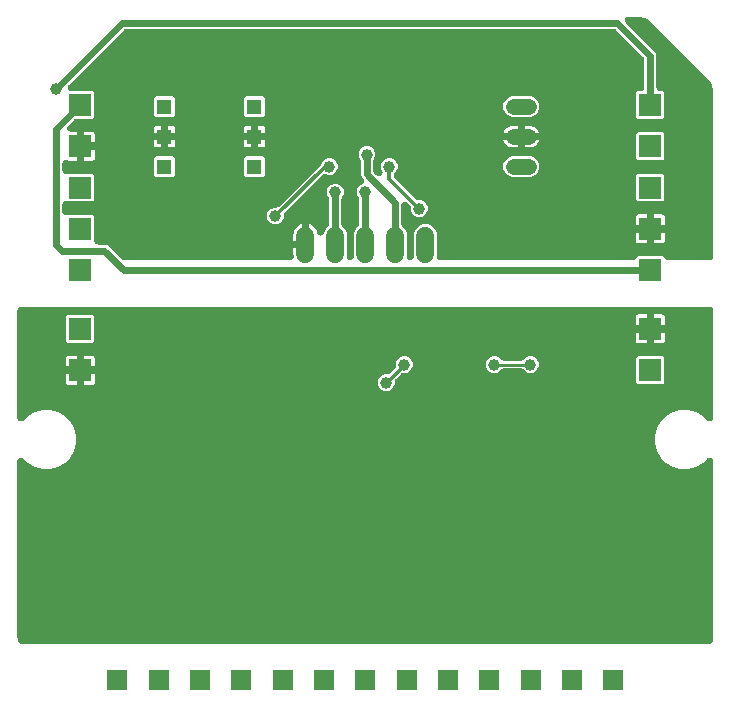
<source format=gbr>
G04 EAGLE Gerber RS-274X export*
G75*
%MOMM*%
%FSLAX34Y34*%
%LPD*%
%INBottom Copper*%
%IPPOS*%
%AMOC8*
5,1,8,0,0,1.08239X$1,22.5*%
G01*
%ADD10R,1.308000X1.308000*%
%ADD11C,1.524000*%
%ADD12R,1.800000X1.800000*%
%ADD13C,1.320800*%
%ADD14R,1.950000X1.950000*%
%ADD15C,0.609600*%
%ADD16C,1.006400*%
%ADD17C,0.304800*%
%ADD18C,0.254000*%

G36*
X596107Y68087D02*
X596107Y68087D01*
X596278Y68092D01*
X596353Y68107D01*
X596429Y68113D01*
X596594Y68154D01*
X596762Y68187D01*
X596834Y68213D01*
X596907Y68231D01*
X597064Y68299D01*
X597225Y68358D01*
X597291Y68396D01*
X597361Y68426D01*
X597505Y68518D01*
X597654Y68602D01*
X597713Y68650D01*
X597777Y68691D01*
X597904Y68805D01*
X598037Y68912D01*
X598088Y68969D01*
X598145Y69020D01*
X598252Y69153D01*
X598366Y69280D01*
X598407Y69344D01*
X598455Y69404D01*
X598539Y69552D01*
X598631Y69696D01*
X598653Y69752D01*
X598699Y69832D01*
X598870Y70295D01*
X598874Y70317D01*
X598880Y70331D01*
X599231Y71641D01*
X599320Y72126D01*
X599321Y72189D01*
X599328Y72230D01*
X599433Y73822D01*
X599431Y73946D01*
X599439Y74021D01*
X599439Y222998D01*
X599436Y223036D01*
X599438Y223074D01*
X599416Y223282D01*
X599399Y223490D01*
X599390Y223527D01*
X599386Y223565D01*
X599331Y223766D01*
X599281Y223968D01*
X599266Y224003D01*
X599255Y224040D01*
X599168Y224230D01*
X599086Y224422D01*
X599066Y224454D01*
X599050Y224489D01*
X598933Y224662D01*
X598821Y224838D01*
X598796Y224866D01*
X598774Y224898D01*
X598631Y225050D01*
X598492Y225206D01*
X598463Y225230D01*
X598437Y225258D01*
X598270Y225385D01*
X598108Y225516D01*
X598076Y225534D01*
X598045Y225558D01*
X597861Y225657D01*
X597680Y225760D01*
X597644Y225773D01*
X597610Y225791D01*
X597413Y225859D01*
X597217Y225931D01*
X597180Y225939D01*
X597144Y225951D01*
X596937Y225986D01*
X596733Y226026D01*
X596695Y226027D01*
X596657Y226034D01*
X596448Y226035D01*
X596240Y226041D01*
X596202Y226036D01*
X596164Y226037D01*
X595957Y226004D01*
X595751Y225977D01*
X595714Y225966D01*
X595677Y225960D01*
X595478Y225895D01*
X595279Y225834D01*
X595244Y225818D01*
X595208Y225806D01*
X595023Y225709D01*
X594835Y225618D01*
X594804Y225596D01*
X594770Y225578D01*
X594698Y225520D01*
X594433Y225332D01*
X594311Y225211D01*
X594237Y225153D01*
X590251Y221166D01*
X584514Y217854D01*
X578115Y216139D01*
X571489Y216139D01*
X565090Y217854D01*
X559353Y221166D01*
X554668Y225851D01*
X551356Y231588D01*
X549641Y237987D01*
X549641Y244613D01*
X551356Y251012D01*
X554668Y256749D01*
X559353Y261434D01*
X565090Y264746D01*
X571489Y266461D01*
X578115Y266461D01*
X584514Y264746D01*
X590251Y261434D01*
X594237Y257447D01*
X594266Y257423D01*
X594292Y257394D01*
X594454Y257263D01*
X594613Y257128D01*
X594646Y257108D01*
X594676Y257084D01*
X594857Y256981D01*
X595036Y256873D01*
X595071Y256859D01*
X595104Y256840D01*
X595300Y256768D01*
X595494Y256690D01*
X595531Y256682D01*
X595567Y256669D01*
X595772Y256629D01*
X595976Y256583D01*
X596014Y256581D01*
X596051Y256574D01*
X596259Y256568D01*
X596468Y256556D01*
X596506Y256560D01*
X596544Y256559D01*
X596751Y256586D01*
X596959Y256608D01*
X596995Y256618D01*
X597033Y256623D01*
X597233Y256683D01*
X597434Y256739D01*
X597469Y256755D01*
X597506Y256766D01*
X597693Y256857D01*
X597883Y256944D01*
X597914Y256966D01*
X597949Y256982D01*
X598119Y257103D01*
X598292Y257220D01*
X598320Y257246D01*
X598351Y257268D01*
X598499Y257414D01*
X598652Y257558D01*
X598675Y257588D01*
X598702Y257615D01*
X598825Y257783D01*
X598952Y257949D01*
X598970Y257983D01*
X598992Y258013D01*
X599086Y258199D01*
X599185Y258384D01*
X599198Y258420D01*
X599215Y258454D01*
X599277Y258653D01*
X599345Y258850D01*
X599351Y258888D01*
X599363Y258924D01*
X599373Y259017D01*
X599428Y259337D01*
X599429Y259509D01*
X599439Y259602D01*
X599439Y350520D01*
X599433Y350596D01*
X599435Y350672D01*
X599413Y350841D01*
X599399Y351012D01*
X599381Y351086D01*
X599371Y351161D01*
X599322Y351325D01*
X599281Y351491D01*
X599251Y351560D01*
X599229Y351634D01*
X599153Y351787D01*
X599086Y351944D01*
X599045Y352008D01*
X599012Y352077D01*
X598913Y352216D01*
X598821Y352360D01*
X598770Y352417D01*
X598726Y352479D01*
X598606Y352600D01*
X598492Y352728D01*
X598433Y352776D01*
X598379Y352830D01*
X598241Y352931D01*
X598108Y353038D01*
X598042Y353075D01*
X597981Y353120D01*
X597828Y353197D01*
X597680Y353282D01*
X597608Y353308D01*
X597540Y353343D01*
X597377Y353394D01*
X597217Y353453D01*
X597142Y353468D01*
X597070Y353491D01*
X596965Y353503D01*
X596733Y353548D01*
X596497Y353555D01*
X596392Y353567D01*
X13208Y353567D01*
X13132Y353561D01*
X13056Y353563D01*
X12887Y353541D01*
X12716Y353527D01*
X12642Y353509D01*
X12567Y353499D01*
X12403Y353450D01*
X12237Y353409D01*
X12168Y353379D01*
X12094Y353357D01*
X11941Y353281D01*
X11784Y353214D01*
X11720Y353173D01*
X11651Y353140D01*
X11512Y353041D01*
X11368Y352949D01*
X11311Y352898D01*
X11249Y352854D01*
X11128Y352734D01*
X11000Y352620D01*
X10952Y352561D01*
X10898Y352507D01*
X10797Y352369D01*
X10690Y352236D01*
X10653Y352170D01*
X10608Y352109D01*
X10531Y351956D01*
X10446Y351808D01*
X10420Y351736D01*
X10385Y351668D01*
X10334Y351505D01*
X10275Y351345D01*
X10260Y351270D01*
X10237Y351198D01*
X10225Y351093D01*
X10180Y350861D01*
X10173Y350625D01*
X10161Y350520D01*
X10161Y259602D01*
X10164Y259564D01*
X10162Y259526D01*
X10184Y259318D01*
X10201Y259110D01*
X10210Y259073D01*
X10214Y259035D01*
X10269Y258834D01*
X10319Y258632D01*
X10334Y258597D01*
X10345Y258560D01*
X10432Y258370D01*
X10514Y258178D01*
X10534Y258146D01*
X10550Y258111D01*
X10667Y257938D01*
X10779Y257762D01*
X10804Y257734D01*
X10826Y257702D01*
X10969Y257550D01*
X11108Y257394D01*
X11137Y257370D01*
X11163Y257342D01*
X11330Y257215D01*
X11492Y257084D01*
X11524Y257066D01*
X11555Y257042D01*
X11739Y256943D01*
X11920Y256840D01*
X11956Y256827D01*
X11990Y256809D01*
X12187Y256741D01*
X12383Y256669D01*
X12420Y256661D01*
X12456Y256649D01*
X12663Y256614D01*
X12867Y256574D01*
X12905Y256573D01*
X12943Y256566D01*
X13152Y256565D01*
X13360Y256559D01*
X13398Y256564D01*
X13436Y256563D01*
X13643Y256596D01*
X13849Y256623D01*
X13886Y256634D01*
X13923Y256640D01*
X14122Y256705D01*
X14321Y256766D01*
X14356Y256782D01*
X14392Y256794D01*
X14577Y256891D01*
X14765Y256982D01*
X14796Y257004D01*
X14830Y257022D01*
X14902Y257080D01*
X15167Y257268D01*
X15289Y257389D01*
X15363Y257447D01*
X19349Y261434D01*
X25086Y264746D01*
X31485Y266461D01*
X38111Y266461D01*
X44510Y264746D01*
X50247Y261434D01*
X54932Y256749D01*
X58244Y251012D01*
X59959Y244613D01*
X59959Y237987D01*
X58244Y231588D01*
X54932Y225851D01*
X50247Y221166D01*
X44510Y217854D01*
X38111Y216139D01*
X31485Y216139D01*
X25086Y217854D01*
X19349Y221166D01*
X15363Y225153D01*
X15334Y225177D01*
X15308Y225206D01*
X15146Y225337D01*
X14987Y225472D01*
X14954Y225492D01*
X14924Y225516D01*
X14743Y225619D01*
X14564Y225727D01*
X14529Y225741D01*
X14496Y225760D01*
X14300Y225832D01*
X14106Y225910D01*
X14069Y225918D01*
X14033Y225931D01*
X13828Y225971D01*
X13624Y226017D01*
X13586Y226019D01*
X13549Y226026D01*
X13341Y226032D01*
X13132Y226044D01*
X13094Y226040D01*
X13056Y226041D01*
X12849Y226014D01*
X12641Y225992D01*
X12605Y225982D01*
X12567Y225977D01*
X12367Y225917D01*
X12166Y225861D01*
X12131Y225845D01*
X12094Y225834D01*
X11907Y225743D01*
X11717Y225656D01*
X11686Y225634D01*
X11651Y225618D01*
X11481Y225497D01*
X11308Y225380D01*
X11280Y225354D01*
X11249Y225332D01*
X11101Y225186D01*
X10948Y225042D01*
X10925Y225012D01*
X10898Y224985D01*
X10775Y224817D01*
X10648Y224651D01*
X10630Y224617D01*
X10608Y224587D01*
X10514Y224401D01*
X10415Y224216D01*
X10402Y224180D01*
X10385Y224146D01*
X10323Y223947D01*
X10255Y223750D01*
X10249Y223712D01*
X10237Y223676D01*
X10227Y223583D01*
X10172Y223263D01*
X10171Y223091D01*
X10161Y222998D01*
X10161Y74021D01*
X10171Y73897D01*
X10167Y73822D01*
X10272Y72230D01*
X10344Y71742D01*
X10363Y71683D01*
X10369Y71641D01*
X10720Y70331D01*
X10777Y70170D01*
X10827Y70007D01*
X10860Y69938D01*
X10886Y69867D01*
X10968Y69717D01*
X11044Y69563D01*
X11087Y69501D01*
X11124Y69435D01*
X11230Y69301D01*
X11329Y69161D01*
X11382Y69107D01*
X11429Y69047D01*
X11555Y68932D01*
X11676Y68810D01*
X11737Y68765D01*
X11793Y68714D01*
X11936Y68620D01*
X12075Y68520D01*
X12142Y68485D01*
X12206Y68444D01*
X12362Y68374D01*
X12515Y68297D01*
X12587Y68275D01*
X12657Y68244D01*
X12822Y68201D01*
X12985Y68149D01*
X13045Y68142D01*
X13134Y68119D01*
X13625Y68073D01*
X13647Y68075D01*
X13663Y68073D01*
X595937Y68073D01*
X596107Y68087D01*
G37*
G36*
X241098Y393198D02*
X241098Y393198D01*
X241167Y393196D01*
X241344Y393218D01*
X241521Y393233D01*
X241588Y393249D01*
X241656Y393258D01*
X241827Y393308D01*
X242000Y393351D01*
X242063Y393379D01*
X242129Y393398D01*
X242290Y393476D01*
X242454Y393546D01*
X242511Y393583D01*
X242573Y393613D01*
X242719Y393715D01*
X242870Y393811D01*
X242921Y393857D01*
X242977Y393896D01*
X243105Y394021D01*
X243238Y394140D01*
X243281Y394193D01*
X243330Y394241D01*
X243436Y394385D01*
X243547Y394524D01*
X243581Y394583D01*
X243622Y394638D01*
X243703Y394797D01*
X243791Y394952D01*
X243815Y395017D01*
X243847Y395078D01*
X243901Y395248D01*
X243963Y395415D01*
X243976Y395482D01*
X243997Y395547D01*
X244024Y395724D01*
X244058Y395899D01*
X244060Y395967D01*
X244070Y396035D01*
X244065Y396141D01*
X244073Y396392D01*
X244044Y396613D01*
X244039Y396717D01*
X243839Y397980D01*
X243839Y403353D01*
X254000Y403353D01*
X254076Y403359D01*
X254152Y403356D01*
X254321Y403379D01*
X254491Y403393D01*
X254565Y403411D01*
X254641Y403421D01*
X254805Y403470D01*
X254970Y403511D01*
X255040Y403541D01*
X255113Y403563D01*
X255267Y403638D01*
X255424Y403706D01*
X255488Y403747D01*
X255556Y403780D01*
X255696Y403879D01*
X255840Y403971D01*
X255896Y404022D01*
X255959Y404066D01*
X256080Y404186D01*
X256208Y404300D01*
X256256Y404359D01*
X256310Y404412D01*
X256310Y404413D01*
X256411Y404551D01*
X256518Y404684D01*
X256556Y404750D01*
X256600Y404812D01*
X256677Y404964D01*
X256762Y405113D01*
X256788Y405184D01*
X256823Y405252D01*
X256874Y405415D01*
X256934Y405575D01*
X256948Y405650D01*
X256971Y405723D01*
X256983Y405827D01*
X257028Y406059D01*
X257036Y406295D01*
X257047Y406400D01*
X257047Y423713D01*
X257900Y423436D01*
X259325Y422710D01*
X260619Y421770D01*
X261750Y420639D01*
X262690Y419345D01*
X263416Y417920D01*
X263937Y416317D01*
X263949Y416252D01*
X263981Y416160D01*
X264004Y416066D01*
X264062Y415928D01*
X264112Y415786D01*
X264158Y415701D01*
X264196Y415612D01*
X264276Y415485D01*
X264348Y415353D01*
X264407Y415276D01*
X264459Y415195D01*
X264558Y415082D01*
X264651Y414963D01*
X264721Y414897D01*
X264786Y414825D01*
X264902Y414730D01*
X265012Y414628D01*
X265093Y414574D01*
X265168Y414513D01*
X265298Y414438D01*
X265423Y414355D01*
X265512Y414315D01*
X265595Y414267D01*
X265736Y414214D01*
X265873Y414152D01*
X265966Y414127D01*
X266057Y414093D01*
X266204Y414063D01*
X266350Y414024D01*
X266446Y414015D01*
X266541Y413996D01*
X266691Y413990D01*
X266840Y413975D01*
X266937Y413981D01*
X267034Y413978D01*
X267183Y413997D01*
X267333Y414006D01*
X267427Y414028D01*
X267523Y414040D01*
X267667Y414082D01*
X267814Y414116D01*
X267903Y414152D01*
X267996Y414180D01*
X268132Y414245D01*
X268271Y414302D01*
X268353Y414352D01*
X268440Y414394D01*
X268563Y414481D01*
X268692Y414559D01*
X268765Y414622D01*
X268844Y414678D01*
X268952Y414783D01*
X269065Y414881D01*
X269128Y414955D01*
X269197Y415023D01*
X269286Y415144D01*
X269383Y415259D01*
X269418Y415323D01*
X269489Y415420D01*
X269708Y415848D01*
X269712Y415856D01*
X271217Y419488D01*
X273427Y421698D01*
X273501Y421785D01*
X273582Y421865D01*
X273660Y421972D01*
X273746Y422074D01*
X273805Y422172D01*
X273872Y422264D01*
X273932Y422382D01*
X274001Y422496D01*
X274043Y422602D01*
X274095Y422704D01*
X274135Y422831D01*
X274184Y422954D01*
X274209Y423066D01*
X274243Y423175D01*
X274253Y423268D01*
X274291Y423436D01*
X274309Y423760D01*
X274319Y423852D01*
X274319Y444677D01*
X274310Y444791D01*
X274311Y444905D01*
X274290Y445037D01*
X274279Y445169D01*
X274252Y445280D01*
X274234Y445393D01*
X274193Y445519D01*
X274161Y445648D01*
X274116Y445753D01*
X274080Y445861D01*
X274018Y445979D01*
X273966Y446101D01*
X273905Y446198D01*
X273852Y446299D01*
X273793Y446373D01*
X273701Y446517D01*
X273485Y446760D01*
X273427Y446832D01*
X273411Y446848D01*
X272335Y449445D01*
X272335Y452255D01*
X273411Y454852D01*
X275398Y456839D01*
X277995Y457915D01*
X280805Y457915D01*
X283402Y456839D01*
X285389Y454852D01*
X286465Y452255D01*
X286465Y449445D01*
X285389Y446848D01*
X285373Y446832D01*
X285299Y446745D01*
X285218Y446665D01*
X285140Y446558D01*
X285054Y446456D01*
X284995Y446358D01*
X284928Y446266D01*
X284868Y446148D01*
X284799Y446034D01*
X284757Y445928D01*
X284705Y445826D01*
X284665Y445699D01*
X284616Y445576D01*
X284591Y445464D01*
X284557Y445355D01*
X284547Y445262D01*
X284509Y445094D01*
X284491Y444770D01*
X284481Y444677D01*
X284481Y423852D01*
X284490Y423739D01*
X284489Y423624D01*
X284510Y423493D01*
X284521Y423361D01*
X284548Y423250D01*
X284566Y423137D01*
X284607Y423011D01*
X284639Y422882D01*
X284684Y422777D01*
X284720Y422669D01*
X284782Y422551D01*
X284834Y422429D01*
X284895Y422332D01*
X284948Y422231D01*
X285007Y422157D01*
X285099Y422012D01*
X285315Y421771D01*
X285373Y421698D01*
X287583Y419488D01*
X289053Y415940D01*
X289053Y396254D01*
X289054Y396240D01*
X289053Y396227D01*
X289055Y396208D01*
X289051Y396088D01*
X289059Y396026D01*
X289060Y395963D01*
X289091Y395782D01*
X289093Y395762D01*
X289095Y395753D01*
X289097Y395736D01*
X289097Y395735D01*
X289115Y395599D01*
X289133Y395539D01*
X289144Y395477D01*
X289204Y395303D01*
X289258Y395127D01*
X289285Y395070D01*
X289306Y395011D01*
X289393Y394849D01*
X289475Y394683D01*
X289511Y394632D01*
X289541Y394577D01*
X289653Y394432D01*
X289760Y394281D01*
X289804Y394237D01*
X289842Y394187D01*
X289977Y394061D01*
X290107Y393930D01*
X290157Y393893D01*
X290203Y393851D01*
X290357Y393748D01*
X290506Y393640D01*
X290561Y393611D01*
X290614Y393577D01*
X290782Y393500D01*
X290946Y393417D01*
X291006Y393399D01*
X291063Y393373D01*
X291241Y393325D01*
X291416Y393269D01*
X291462Y393264D01*
X291491Y393255D01*
X291500Y393254D01*
X291539Y393244D01*
X291825Y393214D01*
X291981Y393195D01*
X292003Y393196D01*
X292030Y393193D01*
X292068Y393196D01*
X292094Y393193D01*
X292106Y393193D01*
X292290Y393208D01*
X292474Y393215D01*
X292508Y393222D01*
X292522Y393223D01*
X292547Y393229D01*
X292597Y393233D01*
X292776Y393277D01*
X292957Y393314D01*
X293002Y393331D01*
X293003Y393332D01*
X293011Y393335D01*
X293016Y393336D01*
X293076Y393351D01*
X293246Y393424D01*
X293418Y393490D01*
X293472Y393521D01*
X293530Y393546D01*
X293685Y393645D01*
X293845Y393738D01*
X293893Y393777D01*
X293946Y393811D01*
X294083Y393934D01*
X294226Y394051D01*
X294267Y394098D01*
X294314Y394140D01*
X294429Y394283D01*
X294551Y394422D01*
X294584Y394475D01*
X294624Y394524D01*
X294715Y394684D01*
X294812Y394840D01*
X294837Y394898D01*
X294868Y394952D01*
X294932Y395125D01*
X295003Y395295D01*
X295017Y395356D01*
X295039Y395415D01*
X295070Y395574D01*
X295071Y395576D01*
X295071Y395579D01*
X295075Y395596D01*
X295117Y395775D01*
X295122Y395838D01*
X295134Y395899D01*
X295138Y396026D01*
X295140Y396037D01*
X295139Y396070D01*
X295140Y396083D01*
X295153Y396267D01*
X295147Y396330D01*
X295149Y396392D01*
X295147Y396407D01*
X295147Y415940D01*
X296617Y419488D01*
X298827Y421698D01*
X298901Y421785D01*
X298982Y421865D01*
X299060Y421972D01*
X299146Y422074D01*
X299205Y422172D01*
X299272Y422264D01*
X299332Y422382D01*
X299401Y422496D01*
X299443Y422602D01*
X299495Y422704D01*
X299535Y422831D01*
X299584Y422954D01*
X299609Y423066D01*
X299643Y423175D01*
X299653Y423268D01*
X299691Y423436D01*
X299709Y423760D01*
X299719Y423852D01*
X299719Y444677D01*
X299710Y444791D01*
X299711Y444905D01*
X299690Y445037D01*
X299679Y445169D01*
X299652Y445280D01*
X299634Y445393D01*
X299593Y445519D01*
X299561Y445648D01*
X299516Y445753D01*
X299480Y445861D01*
X299418Y445979D01*
X299366Y446101D01*
X299305Y446198D01*
X299252Y446299D01*
X299193Y446373D01*
X299101Y446517D01*
X298885Y446760D01*
X298827Y446832D01*
X298811Y446848D01*
X297735Y449445D01*
X297735Y452255D01*
X298811Y454852D01*
X300798Y456839D01*
X301773Y457243D01*
X301934Y457325D01*
X302098Y457401D01*
X302153Y457438D01*
X302212Y457468D01*
X302357Y457575D01*
X302507Y457676D01*
X302556Y457722D01*
X302609Y457761D01*
X302735Y457890D01*
X302867Y458014D01*
X302907Y458067D01*
X302954Y458114D01*
X303057Y458262D01*
X303167Y458405D01*
X303198Y458464D01*
X303236Y458518D01*
X303315Y458681D01*
X303400Y458840D01*
X303422Y458903D01*
X303451Y458963D01*
X303502Y459136D01*
X303560Y459307D01*
X303571Y459372D01*
X303590Y459436D01*
X303612Y459615D01*
X303643Y459793D01*
X303643Y459860D01*
X303651Y459926D01*
X303645Y460105D01*
X303646Y460286D01*
X303635Y460352D01*
X303633Y460419D01*
X303597Y460595D01*
X303569Y460774D01*
X303548Y460837D01*
X303535Y460902D01*
X303471Y461071D01*
X303415Y461242D01*
X303384Y461301D01*
X303361Y461364D01*
X303270Y461520D01*
X303187Y461680D01*
X303154Y461721D01*
X303114Y461791D01*
X302801Y462173D01*
X302776Y462195D01*
X302762Y462213D01*
X301763Y463212D01*
X300989Y465079D01*
X300989Y476427D01*
X300980Y476541D01*
X300981Y476655D01*
X300960Y476787D01*
X300949Y476919D01*
X300922Y477030D01*
X300904Y477143D01*
X300863Y477269D01*
X300831Y477398D01*
X300786Y477503D01*
X300750Y477611D01*
X300688Y477729D01*
X300636Y477851D01*
X300575Y477948D01*
X300522Y478049D01*
X300463Y478123D01*
X300371Y478267D01*
X300155Y478510D01*
X300097Y478582D01*
X300081Y478598D01*
X299005Y481195D01*
X299005Y484005D01*
X300081Y486602D01*
X302068Y488589D01*
X304665Y489665D01*
X307475Y489665D01*
X310072Y488589D01*
X312059Y486602D01*
X313135Y484005D01*
X313135Y481195D01*
X312059Y478598D01*
X312043Y478582D01*
X311969Y478495D01*
X311888Y478415D01*
X311810Y478308D01*
X311724Y478206D01*
X311665Y478108D01*
X311598Y478016D01*
X311538Y477898D01*
X311469Y477784D01*
X311427Y477678D01*
X311375Y477576D01*
X311335Y477449D01*
X311286Y477326D01*
X311261Y477214D01*
X311227Y477105D01*
X311217Y477012D01*
X311179Y476844D01*
X311161Y476520D01*
X311151Y476427D01*
X311151Y469457D01*
X311160Y469343D01*
X311159Y469229D01*
X311180Y469097D01*
X311191Y468965D01*
X311218Y468854D01*
X311236Y468741D01*
X311277Y468615D01*
X311309Y468486D01*
X311354Y468381D01*
X311390Y468273D01*
X311451Y468155D01*
X311504Y468033D01*
X311565Y467936D01*
X311618Y467835D01*
X311677Y467762D01*
X311769Y467617D01*
X311936Y467429D01*
X311947Y467415D01*
X311974Y467387D01*
X311985Y467375D01*
X312043Y467302D01*
X314113Y465232D01*
X314222Y465140D01*
X314324Y465040D01*
X314410Y464980D01*
X314489Y464912D01*
X314611Y464839D01*
X314728Y464757D01*
X314822Y464712D01*
X314912Y464658D01*
X315044Y464605D01*
X315173Y464543D01*
X315273Y464514D01*
X315370Y464475D01*
X315509Y464444D01*
X315646Y464404D01*
X315749Y464391D01*
X315852Y464368D01*
X315994Y464360D01*
X316135Y464342D01*
X316239Y464346D01*
X316344Y464340D01*
X316486Y464355D01*
X316628Y464361D01*
X316731Y464381D01*
X316835Y464393D01*
X316972Y464430D01*
X317112Y464459D01*
X317210Y464496D01*
X317310Y464523D01*
X317440Y464583D01*
X317573Y464633D01*
X317664Y464685D01*
X317759Y464729D01*
X317877Y464808D01*
X318000Y464880D01*
X318081Y464946D01*
X318168Y465004D01*
X318272Y465102D01*
X318382Y465192D01*
X318451Y465271D01*
X318528Y465342D01*
X318614Y465455D01*
X318709Y465562D01*
X318764Y465651D01*
X318828Y465734D01*
X318895Y465859D01*
X318971Y465980D01*
X319012Y466076D01*
X319061Y466168D01*
X319107Y466303D01*
X319163Y466434D01*
X319187Y466536D01*
X319221Y466635D01*
X319245Y466775D01*
X319278Y466914D01*
X319286Y467018D01*
X319304Y467121D01*
X319305Y467264D01*
X319315Y467406D01*
X319306Y467510D01*
X319307Y467615D01*
X319285Y467756D01*
X319272Y467897D01*
X319250Y467973D01*
X319230Y468102D01*
X319094Y468514D01*
X319083Y468553D01*
X318055Y471035D01*
X318055Y473845D01*
X319131Y476442D01*
X321118Y478429D01*
X323715Y479505D01*
X326525Y479505D01*
X329122Y478429D01*
X331109Y476442D01*
X332185Y473845D01*
X332185Y471035D01*
X331109Y468438D01*
X329705Y467034D01*
X329656Y466976D01*
X329600Y466924D01*
X329496Y466788D01*
X329386Y466658D01*
X329346Y466593D01*
X329300Y466533D01*
X329220Y466382D01*
X329131Y466236D01*
X329103Y466165D01*
X329067Y466098D01*
X329011Y465936D01*
X328948Y465778D01*
X328932Y465703D01*
X328907Y465631D01*
X328878Y465462D01*
X328841Y465296D01*
X328837Y465220D01*
X328824Y465145D01*
X328823Y464974D01*
X328814Y464803D01*
X328822Y464728D01*
X328821Y464651D01*
X328848Y464482D01*
X328866Y464313D01*
X328886Y464239D01*
X328898Y464164D01*
X328951Y464002D01*
X328997Y463837D01*
X329028Y463768D01*
X329052Y463695D01*
X329131Y463544D01*
X329202Y463389D01*
X329245Y463325D01*
X329280Y463258D01*
X329346Y463176D01*
X329478Y462979D01*
X329640Y462807D01*
X329705Y462725D01*
X347593Y444837D01*
X347680Y444763D01*
X347760Y444682D01*
X347867Y444604D01*
X347969Y444518D01*
X348066Y444459D01*
X348159Y444392D01*
X348277Y444332D01*
X348391Y444263D01*
X348497Y444221D01*
X348599Y444169D01*
X348726Y444129D01*
X348849Y444080D01*
X348961Y444055D01*
X349070Y444021D01*
X349163Y444011D01*
X349331Y443973D01*
X349655Y443955D01*
X349747Y443945D01*
X351925Y443945D01*
X354522Y442869D01*
X356509Y440882D01*
X357585Y438285D01*
X357585Y435475D01*
X356509Y432878D01*
X354522Y430891D01*
X351925Y429815D01*
X349115Y429815D01*
X346518Y430891D01*
X344531Y432878D01*
X343455Y435475D01*
X343455Y437653D01*
X343446Y437766D01*
X343447Y437881D01*
X343426Y438012D01*
X343415Y438144D01*
X343388Y438255D01*
X343370Y438368D01*
X343329Y438494D01*
X343297Y438623D01*
X343252Y438728D01*
X343216Y438836D01*
X343155Y438954D01*
X343102Y439076D01*
X343041Y439173D01*
X342988Y439274D01*
X342929Y439348D01*
X342837Y439493D01*
X342621Y439735D01*
X342563Y439807D01*
X340483Y441887D01*
X340454Y441912D01*
X340428Y441940D01*
X340266Y442071D01*
X340107Y442207D01*
X340074Y442227D01*
X340044Y442250D01*
X339863Y442354D01*
X339684Y442461D01*
X339649Y442476D01*
X339616Y442494D01*
X339420Y442567D01*
X339226Y442644D01*
X339189Y442653D01*
X339153Y442666D01*
X338949Y442706D01*
X338745Y442751D01*
X338706Y442753D01*
X338669Y442761D01*
X338461Y442767D01*
X338252Y442779D01*
X338214Y442775D01*
X338176Y442776D01*
X337969Y442749D01*
X337761Y442727D01*
X337725Y442717D01*
X337687Y442712D01*
X337486Y442651D01*
X337286Y442596D01*
X337251Y442580D01*
X337214Y442569D01*
X337027Y442477D01*
X336837Y442390D01*
X336806Y442369D01*
X336771Y442352D01*
X336601Y442232D01*
X336428Y442115D01*
X336400Y442089D01*
X336369Y442067D01*
X336221Y441920D01*
X336068Y441777D01*
X336045Y441747D01*
X336018Y441720D01*
X335895Y441552D01*
X335768Y441386D01*
X335750Y441352D01*
X335728Y441321D01*
X335634Y441135D01*
X335535Y440951D01*
X335522Y440915D01*
X335505Y440881D01*
X335443Y440682D01*
X335375Y440484D01*
X335369Y440447D01*
X335357Y440410D01*
X335347Y440318D01*
X335292Y439998D01*
X335291Y439826D01*
X335281Y439733D01*
X335281Y423852D01*
X335290Y423739D01*
X335289Y423624D01*
X335310Y423493D01*
X335321Y423361D01*
X335348Y423250D01*
X335366Y423137D01*
X335407Y423011D01*
X335439Y422882D01*
X335484Y422777D01*
X335520Y422669D01*
X335582Y422551D01*
X335634Y422429D01*
X335695Y422332D01*
X335748Y422231D01*
X335807Y422157D01*
X335899Y422012D01*
X336115Y421771D01*
X336173Y421698D01*
X338383Y419488D01*
X339853Y415940D01*
X339853Y396254D01*
X339854Y396243D01*
X339853Y396233D01*
X339855Y396212D01*
X339851Y396088D01*
X339859Y396026D01*
X339860Y395963D01*
X339891Y395782D01*
X339893Y395762D01*
X339895Y395753D01*
X339896Y395747D01*
X339896Y395741D01*
X339897Y395739D01*
X339915Y395599D01*
X339933Y395539D01*
X339944Y395477D01*
X340004Y395303D01*
X340058Y395127D01*
X340085Y395070D01*
X340106Y395011D01*
X340193Y394849D01*
X340275Y394683D01*
X340311Y394632D01*
X340341Y394577D01*
X340453Y394432D01*
X340560Y394281D01*
X340604Y394237D01*
X340642Y394187D01*
X340777Y394061D01*
X340907Y393930D01*
X340957Y393893D01*
X341003Y393851D01*
X341157Y393748D01*
X341306Y393640D01*
X341361Y393611D01*
X341414Y393577D01*
X341582Y393500D01*
X341746Y393417D01*
X341806Y393399D01*
X341863Y393373D01*
X342041Y393325D01*
X342216Y393269D01*
X342259Y393264D01*
X342285Y393257D01*
X342297Y393255D01*
X342339Y393244D01*
X342616Y393215D01*
X342775Y393196D01*
X342800Y393197D01*
X342830Y393193D01*
X342868Y393196D01*
X342894Y393193D01*
X342906Y393193D01*
X343087Y393207D01*
X343268Y393214D01*
X343305Y393222D01*
X343322Y393223D01*
X343347Y393229D01*
X343397Y393233D01*
X343574Y393276D01*
X343751Y393312D01*
X343799Y393331D01*
X343803Y393332D01*
X343815Y393336D01*
X343876Y393351D01*
X344043Y393423D01*
X344213Y393487D01*
X344270Y393520D01*
X344330Y393546D01*
X344482Y393643D01*
X344640Y393734D01*
X344691Y393776D01*
X344746Y393811D01*
X344881Y393932D01*
X345021Y394047D01*
X345065Y394096D01*
X345114Y394140D01*
X345228Y394281D01*
X345348Y394417D01*
X345382Y394473D01*
X345424Y394524D01*
X345513Y394681D01*
X345610Y394835D01*
X345635Y394895D01*
X345668Y394952D01*
X345731Y395122D01*
X345801Y395290D01*
X345816Y395353D01*
X345839Y395415D01*
X345870Y395574D01*
X345871Y395576D01*
X345871Y395580D01*
X345874Y395593D01*
X345916Y395769D01*
X345921Y395835D01*
X345934Y395899D01*
X345938Y396026D01*
X345940Y396037D01*
X345939Y396071D01*
X345939Y396080D01*
X345953Y396261D01*
X345947Y396325D01*
X345947Y396331D01*
X345949Y396392D01*
X345947Y396407D01*
X345947Y415940D01*
X347417Y419488D01*
X350132Y422203D01*
X353680Y423673D01*
X357520Y423673D01*
X361068Y422203D01*
X363783Y419488D01*
X365253Y415940D01*
X365253Y396254D01*
X365255Y396225D01*
X365251Y396088D01*
X365259Y396023D01*
X365260Y395957D01*
X365291Y395781D01*
X365293Y395762D01*
X365295Y395753D01*
X365315Y395599D01*
X365334Y395536D01*
X365346Y395472D01*
X365405Y395300D01*
X365458Y395127D01*
X365487Y395068D01*
X365508Y395006D01*
X365595Y394847D01*
X365675Y394683D01*
X365713Y394630D01*
X365744Y394572D01*
X365855Y394429D01*
X365960Y394281D01*
X366006Y394234D01*
X366046Y394183D01*
X366179Y394059D01*
X366307Y393930D01*
X366360Y393892D01*
X366408Y393847D01*
X366559Y393746D01*
X366706Y393640D01*
X366764Y393610D01*
X366819Y393574D01*
X366984Y393499D01*
X367146Y393417D01*
X367209Y393398D01*
X367268Y393371D01*
X367443Y393324D01*
X367617Y393269D01*
X367668Y393263D01*
X367745Y393243D01*
X368236Y393193D01*
X368270Y393195D01*
X368294Y393193D01*
X531270Y393193D01*
X531346Y393199D01*
X531422Y393197D01*
X531591Y393219D01*
X531762Y393233D01*
X531836Y393251D01*
X531911Y393261D01*
X532075Y393310D01*
X532241Y393351D01*
X532310Y393381D01*
X532384Y393403D01*
X532537Y393479D01*
X532694Y393546D01*
X532758Y393587D01*
X532827Y393620D01*
X532966Y393719D01*
X533110Y393811D01*
X533167Y393862D01*
X533229Y393906D01*
X533350Y394026D01*
X533478Y394140D01*
X533526Y394199D01*
X533580Y394253D01*
X533681Y394391D01*
X533788Y394524D01*
X533825Y394590D01*
X533870Y394651D01*
X533947Y394804D01*
X534032Y394952D01*
X534040Y394975D01*
X535508Y396443D01*
X556692Y396443D01*
X558174Y394961D01*
X558236Y394816D01*
X558277Y394752D01*
X558310Y394683D01*
X558409Y394544D01*
X558501Y394400D01*
X558552Y394343D01*
X558596Y394281D01*
X558716Y394160D01*
X558830Y394032D01*
X558889Y393984D01*
X558943Y393930D01*
X559081Y393829D01*
X559214Y393722D01*
X559280Y393685D01*
X559341Y393640D01*
X559494Y393563D01*
X559642Y393478D01*
X559714Y393452D01*
X559782Y393417D01*
X559945Y393366D01*
X560105Y393307D01*
X560180Y393292D01*
X560252Y393269D01*
X560357Y393257D01*
X560589Y393212D01*
X560825Y393205D01*
X560930Y393193D01*
X596392Y393193D01*
X596468Y393199D01*
X596544Y393197D01*
X596713Y393219D01*
X596884Y393233D01*
X596958Y393251D01*
X597033Y393261D01*
X597197Y393310D01*
X597363Y393351D01*
X597432Y393381D01*
X597506Y393403D01*
X597659Y393479D01*
X597816Y393546D01*
X597880Y393587D01*
X597949Y393620D01*
X598088Y393719D01*
X598232Y393811D01*
X598289Y393862D01*
X598351Y393906D01*
X598472Y394026D01*
X598600Y394140D01*
X598648Y394199D01*
X598702Y394253D01*
X598803Y394391D01*
X598910Y394524D01*
X598947Y394590D01*
X598992Y394651D01*
X599069Y394804D01*
X599154Y394952D01*
X599180Y395024D01*
X599215Y395092D01*
X599266Y395255D01*
X599325Y395415D01*
X599340Y395490D01*
X599363Y395562D01*
X599375Y395667D01*
X599420Y395899D01*
X599427Y396135D01*
X599439Y396240D01*
X599439Y535579D01*
X599429Y535703D01*
X599433Y535778D01*
X599328Y537370D01*
X599256Y537858D01*
X599237Y537917D01*
X599231Y537959D01*
X598407Y541033D01*
X598388Y541087D01*
X598376Y541143D01*
X598334Y541238D01*
X598242Y541498D01*
X598144Y541675D01*
X598103Y541768D01*
X596512Y544524D01*
X596231Y544930D01*
X596188Y544975D01*
X596164Y545010D01*
X595113Y546209D01*
X595023Y546295D01*
X594976Y546354D01*
X546354Y594976D01*
X546260Y595057D01*
X546209Y595113D01*
X545010Y596164D01*
X544614Y596458D01*
X544558Y596487D01*
X544524Y596512D01*
X541768Y598103D01*
X541716Y598127D01*
X541668Y598158D01*
X541571Y598196D01*
X541322Y598314D01*
X541128Y598370D01*
X541033Y598407D01*
X537959Y599231D01*
X537474Y599320D01*
X537411Y599321D01*
X537370Y599328D01*
X535778Y599433D01*
X535654Y599431D01*
X535579Y599439D01*
X527623Y599439D01*
X527585Y599436D01*
X527547Y599438D01*
X527339Y599416D01*
X527131Y599399D01*
X527094Y599390D01*
X527056Y599386D01*
X526855Y599331D01*
X526652Y599281D01*
X526617Y599266D01*
X526580Y599255D01*
X526390Y599168D01*
X526199Y599086D01*
X526167Y599066D01*
X526132Y599050D01*
X525958Y598933D01*
X525783Y598821D01*
X525754Y598796D01*
X525723Y598774D01*
X525571Y598631D01*
X525415Y598492D01*
X525391Y598463D01*
X525363Y598437D01*
X525236Y598271D01*
X525105Y598108D01*
X525086Y598075D01*
X525063Y598045D01*
X524964Y597861D01*
X524861Y597680D01*
X524848Y597644D01*
X524830Y597610D01*
X524762Y597413D01*
X524689Y597217D01*
X524682Y597180D01*
X524670Y597144D01*
X524635Y596937D01*
X524595Y596733D01*
X524593Y596695D01*
X524587Y596657D01*
X524586Y596448D01*
X524579Y596240D01*
X524584Y596202D01*
X524584Y596164D01*
X524616Y595957D01*
X524644Y595751D01*
X524655Y595714D01*
X524661Y595677D01*
X524726Y595478D01*
X524786Y595279D01*
X524803Y595244D01*
X524815Y595208D01*
X524911Y595023D01*
X525003Y594835D01*
X525025Y594804D01*
X525043Y594770D01*
X525101Y594698D01*
X525289Y594433D01*
X525409Y594311D01*
X525468Y594237D01*
X548549Y571156D01*
X550407Y569298D01*
X551181Y567431D01*
X551181Y539490D01*
X551187Y539414D01*
X551185Y539338D01*
X551207Y539169D01*
X551221Y538998D01*
X551239Y538924D01*
X551249Y538849D01*
X551298Y538685D01*
X551339Y538519D01*
X551369Y538450D01*
X551391Y538376D01*
X551467Y538223D01*
X551534Y538066D01*
X551575Y538002D01*
X551608Y537933D01*
X551707Y537794D01*
X551799Y537650D01*
X551850Y537593D01*
X551894Y537531D01*
X552014Y537410D01*
X552128Y537282D01*
X552187Y537234D01*
X552241Y537180D01*
X552379Y537079D01*
X552512Y536972D01*
X552578Y536935D01*
X552639Y536890D01*
X552792Y536813D01*
X552940Y536728D01*
X553012Y536702D01*
X553080Y536667D01*
X553243Y536616D01*
X553403Y536557D01*
X553478Y536542D01*
X553550Y536519D01*
X553655Y536507D01*
X553887Y536462D01*
X554123Y536455D01*
X554228Y536443D01*
X556692Y536443D01*
X557883Y535252D01*
X557883Y514068D01*
X556692Y512877D01*
X535508Y512877D01*
X534317Y514068D01*
X534317Y535252D01*
X535508Y536443D01*
X537972Y536443D01*
X538048Y536449D01*
X538124Y536447D01*
X538293Y536469D01*
X538464Y536483D01*
X538538Y536501D01*
X538613Y536511D01*
X538777Y536560D01*
X538943Y536601D01*
X539012Y536631D01*
X539086Y536653D01*
X539239Y536729D01*
X539396Y536796D01*
X539460Y536837D01*
X539529Y536870D01*
X539668Y536969D01*
X539812Y537061D01*
X539869Y537112D01*
X539931Y537156D01*
X540052Y537276D01*
X540180Y537390D01*
X540228Y537449D01*
X540282Y537503D01*
X540383Y537641D01*
X540490Y537774D01*
X540527Y537840D01*
X540572Y537901D01*
X540649Y538054D01*
X540734Y538202D01*
X540760Y538274D01*
X540795Y538342D01*
X540846Y538505D01*
X540905Y538665D01*
X540920Y538740D01*
X540943Y538812D01*
X540955Y538917D01*
X541000Y539149D01*
X541007Y539385D01*
X541019Y539490D01*
X541019Y563053D01*
X541010Y563167D01*
X541011Y563281D01*
X540990Y563413D01*
X540979Y563545D01*
X540952Y563656D01*
X540934Y563769D01*
X540893Y563895D01*
X540861Y564024D01*
X540816Y564129D01*
X540780Y564237D01*
X540718Y564355D01*
X540666Y564477D01*
X540605Y564573D01*
X540552Y564675D01*
X540493Y564748D01*
X540401Y564893D01*
X540185Y565135D01*
X540127Y565208D01*
X516948Y588387D01*
X516861Y588461D01*
X516781Y588542D01*
X516673Y588620D01*
X516572Y588706D01*
X516474Y588765D01*
X516382Y588832D01*
X516264Y588892D01*
X516150Y588961D01*
X516043Y589003D01*
X515942Y589055D01*
X515815Y589095D01*
X515691Y589144D01*
X515580Y589169D01*
X515471Y589203D01*
X515378Y589213D01*
X515210Y589251D01*
X514886Y589269D01*
X514793Y589279D01*
X102427Y589279D01*
X102313Y589270D01*
X102199Y589271D01*
X102067Y589250D01*
X101935Y589239D01*
X101824Y589212D01*
X101711Y589194D01*
X101585Y589153D01*
X101456Y589121D01*
X101351Y589076D01*
X101243Y589040D01*
X101125Y588978D01*
X101003Y588926D01*
X100907Y588865D01*
X100805Y588812D01*
X100732Y588753D01*
X100587Y588661D01*
X100345Y588445D01*
X100272Y588387D01*
X53530Y541645D01*
X53505Y541616D01*
X53477Y541590D01*
X53346Y541428D01*
X53210Y541269D01*
X53191Y541236D01*
X53167Y541206D01*
X53064Y541026D01*
X52956Y540846D01*
X52942Y540811D01*
X52923Y540778D01*
X52850Y540582D01*
X52773Y540388D01*
X52765Y540351D01*
X52751Y540315D01*
X52711Y540110D01*
X52666Y539906D01*
X52664Y539868D01*
X52657Y539831D01*
X52650Y539623D01*
X52638Y539414D01*
X52642Y539376D01*
X52641Y539338D01*
X52668Y539131D01*
X52691Y538923D01*
X52701Y538887D01*
X52706Y538849D01*
X52766Y538649D01*
X52821Y538448D01*
X52837Y538413D01*
X52848Y538376D01*
X52940Y538189D01*
X53027Y537999D01*
X53048Y537967D01*
X53065Y537933D01*
X53186Y537763D01*
X53302Y537590D01*
X53328Y537562D01*
X53351Y537531D01*
X53497Y537382D01*
X53640Y537230D01*
X53670Y537207D01*
X53697Y537180D01*
X53866Y537057D01*
X54032Y536930D01*
X54065Y536912D01*
X54096Y536890D01*
X54282Y536796D01*
X54466Y536697D01*
X54502Y536685D01*
X54536Y536667D01*
X54735Y536605D01*
X54933Y536537D01*
X54971Y536531D01*
X55007Y536519D01*
X55099Y536509D01*
X55419Y536454D01*
X55591Y536453D01*
X55685Y536443D01*
X74092Y536443D01*
X75283Y535252D01*
X75283Y514068D01*
X74092Y512877D01*
X60165Y512877D01*
X60051Y512868D01*
X59937Y512869D01*
X59805Y512848D01*
X59673Y512837D01*
X59562Y512810D01*
X59449Y512792D01*
X59323Y512751D01*
X59194Y512719D01*
X59089Y512674D01*
X58981Y512638D01*
X58863Y512576D01*
X58741Y512524D01*
X58645Y512463D01*
X58543Y512410D01*
X58470Y512351D01*
X58325Y512259D01*
X58083Y512043D01*
X58010Y511985D01*
X53178Y507153D01*
X53153Y507124D01*
X53125Y507098D01*
X52994Y506936D01*
X52858Y506777D01*
X52839Y506744D01*
X52815Y506714D01*
X52712Y506533D01*
X52604Y506354D01*
X52590Y506319D01*
X52571Y506286D01*
X52498Y506090D01*
X52421Y505896D01*
X52413Y505859D01*
X52399Y505823D01*
X52359Y505618D01*
X52314Y505414D01*
X52312Y505376D01*
X52305Y505339D01*
X52298Y505131D01*
X52286Y504922D01*
X52290Y504884D01*
X52289Y504846D01*
X52316Y504639D01*
X52339Y504431D01*
X52349Y504395D01*
X52354Y504357D01*
X52414Y504157D01*
X52469Y503956D01*
X52485Y503921D01*
X52496Y503884D01*
X52588Y503697D01*
X52675Y503507D01*
X52696Y503475D01*
X52713Y503441D01*
X52833Y503272D01*
X52950Y503098D01*
X52977Y503070D01*
X52999Y503039D01*
X53145Y502891D01*
X53288Y502738D01*
X53318Y502715D01*
X53345Y502688D01*
X53514Y502565D01*
X53680Y502438D01*
X53713Y502420D01*
X53744Y502398D01*
X53930Y502304D01*
X54114Y502205D01*
X54151Y502192D01*
X54184Y502175D01*
X54383Y502113D01*
X54581Y502045D01*
X54619Y502039D01*
X54655Y502027D01*
X54747Y502017D01*
X55067Y501962D01*
X55239Y501961D01*
X55333Y501951D01*
X60251Y501951D01*
X60251Y489862D01*
X60257Y489786D01*
X60255Y489710D01*
X60265Y489633D01*
X60263Y489563D01*
X60251Y489458D01*
X60251Y477369D01*
X53415Y477369D01*
X52738Y477551D01*
X52711Y477563D01*
X52596Y477629D01*
X52489Y477669D01*
X52386Y477718D01*
X52258Y477755D01*
X52133Y477801D01*
X52021Y477823D01*
X51912Y477854D01*
X51780Y477870D01*
X51649Y477896D01*
X51535Y477899D01*
X51422Y477913D01*
X51289Y477907D01*
X51156Y477911D01*
X51043Y477896D01*
X50929Y477891D01*
X50799Y477864D01*
X50667Y477846D01*
X50558Y477814D01*
X50446Y477790D01*
X50322Y477742D01*
X50194Y477704D01*
X50092Y477654D01*
X49986Y477613D01*
X49871Y477546D01*
X49751Y477487D01*
X49658Y477421D01*
X49560Y477364D01*
X49458Y477279D01*
X49349Y477202D01*
X49268Y477122D01*
X49180Y477049D01*
X49093Y476948D01*
X48998Y476855D01*
X48931Y476763D01*
X48856Y476677D01*
X48786Y476564D01*
X48708Y476456D01*
X48656Y476354D01*
X48596Y476258D01*
X48545Y476134D01*
X48485Y476016D01*
X48451Y475907D01*
X48407Y475802D01*
X48377Y475672D01*
X48337Y475545D01*
X48328Y475462D01*
X48295Y475321D01*
X48268Y474933D01*
X48261Y474867D01*
X48261Y469152D01*
X48264Y469114D01*
X48262Y469076D01*
X48284Y468868D01*
X48301Y468660D01*
X48310Y468623D01*
X48314Y468585D01*
X48369Y468385D01*
X48419Y468182D01*
X48435Y468146D01*
X48445Y468110D01*
X48531Y467920D01*
X48614Y467728D01*
X48634Y467696D01*
X48650Y467661D01*
X48767Y467488D01*
X48879Y467312D01*
X48904Y467284D01*
X48926Y467252D01*
X49069Y467099D01*
X49208Y466944D01*
X49237Y466920D01*
X49264Y466892D01*
X49430Y466765D01*
X49592Y466634D01*
X49625Y466615D01*
X49655Y466592D01*
X49839Y466493D01*
X50020Y466390D01*
X50056Y466377D01*
X50090Y466359D01*
X50287Y466291D01*
X50483Y466219D01*
X50520Y466211D01*
X50556Y466199D01*
X50763Y466164D01*
X50967Y466124D01*
X51005Y466123D01*
X51043Y466116D01*
X51252Y466115D01*
X51460Y466109D01*
X51498Y466114D01*
X51536Y466113D01*
X51742Y466146D01*
X51949Y466173D01*
X51986Y466184D01*
X52023Y466190D01*
X52221Y466255D01*
X52421Y466316D01*
X52456Y466332D01*
X52492Y466344D01*
X52677Y466441D01*
X52681Y466443D01*
X74092Y466443D01*
X75283Y465252D01*
X75283Y444068D01*
X74092Y442877D01*
X52696Y442877D01*
X52664Y442897D01*
X52629Y442911D01*
X52596Y442930D01*
X52400Y443002D01*
X52206Y443080D01*
X52169Y443088D01*
X52133Y443101D01*
X51928Y443141D01*
X51725Y443186D01*
X51686Y443189D01*
X51649Y443196D01*
X51441Y443202D01*
X51232Y443214D01*
X51194Y443210D01*
X51156Y443211D01*
X50949Y443184D01*
X50741Y443162D01*
X50705Y443152D01*
X50667Y443147D01*
X50467Y443086D01*
X50266Y443031D01*
X50231Y443015D01*
X50194Y443004D01*
X50007Y442913D01*
X49817Y442826D01*
X49786Y442804D01*
X49751Y442788D01*
X49581Y442667D01*
X49408Y442550D01*
X49380Y442524D01*
X49349Y442502D01*
X49201Y442355D01*
X49048Y442212D01*
X49025Y442182D01*
X48998Y442155D01*
X48875Y441987D01*
X48748Y441821D01*
X48730Y441787D01*
X48708Y441757D01*
X48614Y441571D01*
X48515Y441386D01*
X48503Y441350D01*
X48485Y441316D01*
X48423Y441117D01*
X48355Y440920D01*
X48349Y440882D01*
X48337Y440846D01*
X48327Y440753D01*
X48272Y440433D01*
X48271Y440261D01*
X48261Y440168D01*
X48261Y434152D01*
X48264Y434114D01*
X48262Y434076D01*
X48284Y433868D01*
X48301Y433660D01*
X48310Y433623D01*
X48314Y433585D01*
X48369Y433385D01*
X48419Y433182D01*
X48435Y433146D01*
X48445Y433110D01*
X48531Y432920D01*
X48614Y432728D01*
X48634Y432696D01*
X48650Y432661D01*
X48767Y432488D01*
X48879Y432312D01*
X48904Y432284D01*
X48926Y432252D01*
X49069Y432099D01*
X49208Y431944D01*
X49237Y431920D01*
X49264Y431892D01*
X49430Y431765D01*
X49592Y431634D01*
X49625Y431615D01*
X49655Y431592D01*
X49839Y431493D01*
X50020Y431390D01*
X50056Y431377D01*
X50090Y431359D01*
X50287Y431291D01*
X50483Y431219D01*
X50520Y431211D01*
X50556Y431199D01*
X50763Y431164D01*
X50967Y431124D01*
X51005Y431123D01*
X51043Y431116D01*
X51252Y431115D01*
X51460Y431109D01*
X51498Y431114D01*
X51536Y431113D01*
X51742Y431146D01*
X51949Y431173D01*
X51986Y431184D01*
X52023Y431190D01*
X52221Y431255D01*
X52421Y431316D01*
X52456Y431332D01*
X52492Y431344D01*
X52677Y431441D01*
X52681Y431443D01*
X74092Y431443D01*
X75283Y430252D01*
X75283Y409448D01*
X75289Y409372D01*
X75287Y409296D01*
X75309Y409127D01*
X75323Y408956D01*
X75341Y408882D01*
X75351Y408807D01*
X75400Y408643D01*
X75441Y408477D01*
X75471Y408408D01*
X75493Y408334D01*
X75569Y408181D01*
X75636Y408024D01*
X75677Y407960D01*
X75710Y407891D01*
X75809Y407752D01*
X75901Y407608D01*
X75952Y407551D01*
X75996Y407489D01*
X76116Y407368D01*
X76230Y407240D01*
X76289Y407192D01*
X76343Y407138D01*
X76481Y407037D01*
X76614Y406930D01*
X76680Y406893D01*
X76741Y406848D01*
X76894Y406771D01*
X77042Y406686D01*
X77114Y406660D01*
X77182Y406625D01*
X77345Y406574D01*
X77505Y406515D01*
X77580Y406500D01*
X77652Y406477D01*
X77757Y406465D01*
X77989Y406420D01*
X78225Y406413D01*
X78330Y406401D01*
X84831Y406401D01*
X86698Y405627D01*
X98240Y394085D01*
X98327Y394011D01*
X98407Y393930D01*
X98515Y393852D01*
X98616Y393766D01*
X98714Y393707D01*
X98806Y393640D01*
X98924Y393580D01*
X99038Y393511D01*
X99145Y393469D01*
X99246Y393417D01*
X99373Y393377D01*
X99497Y393328D01*
X99608Y393303D01*
X99717Y393269D01*
X99810Y393259D01*
X99978Y393221D01*
X100302Y393203D01*
X100395Y393193D01*
X241030Y393193D01*
X241098Y393198D01*
G37*
%LPC*%
G36*
X227195Y423465D02*
X227195Y423465D01*
X224598Y424541D01*
X222611Y426528D01*
X221535Y429125D01*
X221535Y431935D01*
X222611Y434532D01*
X224598Y436519D01*
X227195Y437595D01*
X229373Y437595D01*
X229486Y437604D01*
X229601Y437603D01*
X229732Y437624D01*
X229864Y437635D01*
X229975Y437662D01*
X230088Y437680D01*
X230214Y437721D01*
X230343Y437753D01*
X230448Y437798D01*
X230557Y437834D01*
X230674Y437896D01*
X230796Y437948D01*
X230893Y438009D01*
X230994Y438062D01*
X231068Y438121D01*
X231213Y438213D01*
X231455Y438429D01*
X231527Y438487D01*
X267088Y474048D01*
X267094Y474056D01*
X267102Y474062D01*
X267253Y474243D01*
X267408Y474424D01*
X267413Y474432D01*
X267419Y474440D01*
X267438Y474475D01*
X267662Y474847D01*
X267711Y474968D01*
X267749Y475037D01*
X268331Y476442D01*
X270318Y478429D01*
X272915Y479505D01*
X275725Y479505D01*
X278322Y478429D01*
X280309Y476442D01*
X281385Y473845D01*
X281385Y471035D01*
X280309Y468438D01*
X278322Y466451D01*
X275725Y465375D01*
X272915Y465375D01*
X271657Y465896D01*
X271449Y465963D01*
X271242Y466034D01*
X271214Y466039D01*
X271187Y466048D01*
X270972Y466080D01*
X270756Y466117D01*
X270727Y466117D01*
X270699Y466121D01*
X270481Y466118D01*
X270263Y466120D01*
X270234Y466115D01*
X270206Y466115D01*
X269991Y466077D01*
X269775Y466043D01*
X269748Y466034D01*
X269720Y466029D01*
X269514Y465957D01*
X269307Y465889D01*
X269281Y465876D01*
X269255Y465866D01*
X269063Y465762D01*
X268869Y465661D01*
X268851Y465646D01*
X268821Y465630D01*
X268432Y465328D01*
X268377Y465269D01*
X268336Y465236D01*
X236557Y433457D01*
X236483Y433370D01*
X236402Y433290D01*
X236324Y433183D01*
X236238Y433081D01*
X236179Y432983D01*
X236112Y432891D01*
X236052Y432773D01*
X235983Y432659D01*
X235941Y432553D01*
X235889Y432451D01*
X235849Y432324D01*
X235800Y432201D01*
X235775Y432089D01*
X235741Y431980D01*
X235731Y431887D01*
X235693Y431719D01*
X235675Y431395D01*
X235665Y431303D01*
X235665Y429125D01*
X234589Y426528D01*
X232602Y424541D01*
X230005Y423465D01*
X227195Y423465D01*
G37*
%LPD*%
%LPC*%
G36*
X52908Y323217D02*
X52908Y323217D01*
X51717Y324408D01*
X51717Y345592D01*
X52908Y346783D01*
X74092Y346783D01*
X75283Y345592D01*
X75283Y324408D01*
X74092Y323217D01*
X52908Y323217D01*
G37*
%LPD*%
%LPC*%
G36*
X535508Y442877D02*
X535508Y442877D01*
X534317Y444068D01*
X534317Y465252D01*
X535508Y466443D01*
X556692Y466443D01*
X557883Y465252D01*
X557883Y444068D01*
X556692Y442877D01*
X535508Y442877D01*
G37*
%LPD*%
%LPC*%
G36*
X535508Y477877D02*
X535508Y477877D01*
X534317Y479068D01*
X534317Y500252D01*
X535508Y501443D01*
X556692Y501443D01*
X557883Y500252D01*
X557883Y479068D01*
X556692Y477877D01*
X535508Y477877D01*
G37*
%LPD*%
%LPC*%
G36*
X535508Y288217D02*
X535508Y288217D01*
X534317Y289408D01*
X534317Y310592D01*
X535508Y311783D01*
X556692Y311783D01*
X557883Y310592D01*
X557883Y289408D01*
X556692Y288217D01*
X535508Y288217D01*
G37*
%LPD*%
%LPC*%
G36*
X428558Y514603D02*
X428558Y514603D01*
X425384Y515918D01*
X422954Y518348D01*
X421639Y521522D01*
X421639Y524958D01*
X422954Y528132D01*
X425384Y530562D01*
X428558Y531877D01*
X445202Y531877D01*
X448376Y530562D01*
X450806Y528132D01*
X452121Y524958D01*
X452121Y521522D01*
X450806Y518348D01*
X448376Y515918D01*
X445202Y514603D01*
X428558Y514603D01*
G37*
%LPD*%
%LPC*%
G36*
X428558Y463803D02*
X428558Y463803D01*
X425384Y465118D01*
X422954Y467548D01*
X421639Y470722D01*
X421639Y474158D01*
X422954Y477332D01*
X425384Y479762D01*
X428558Y481077D01*
X445202Y481077D01*
X448376Y479762D01*
X450806Y477332D01*
X452121Y474158D01*
X452121Y470722D01*
X450806Y467548D01*
X448376Y465118D01*
X445202Y463803D01*
X428558Y463803D01*
G37*
%LPD*%
%LPC*%
G36*
X412615Y297735D02*
X412615Y297735D01*
X410018Y298811D01*
X408031Y300798D01*
X406955Y303395D01*
X406955Y306205D01*
X408031Y308802D01*
X410018Y310789D01*
X412615Y311865D01*
X415425Y311865D01*
X418022Y310789D01*
X419816Y308995D01*
X419903Y308921D01*
X419983Y308840D01*
X420090Y308762D01*
X420192Y308676D01*
X420290Y308617D01*
X420382Y308550D01*
X420500Y308490D01*
X420614Y308421D01*
X420720Y308379D01*
X420822Y308327D01*
X420949Y308287D01*
X421072Y308238D01*
X421184Y308213D01*
X421293Y308179D01*
X421386Y308169D01*
X421554Y308131D01*
X421878Y308113D01*
X421971Y308103D01*
X436549Y308103D01*
X436663Y308112D01*
X436777Y308111D01*
X436909Y308132D01*
X437041Y308143D01*
X437152Y308170D01*
X437265Y308188D01*
X437391Y308229D01*
X437520Y308261D01*
X437625Y308306D01*
X437733Y308342D01*
X437851Y308404D01*
X437973Y308456D01*
X438070Y308517D01*
X438171Y308570D01*
X438245Y308629D01*
X438389Y308721D01*
X438632Y308937D01*
X438704Y308995D01*
X440498Y310789D01*
X443095Y311865D01*
X445905Y311865D01*
X448502Y310789D01*
X450489Y308802D01*
X451565Y306205D01*
X451565Y303395D01*
X450489Y300798D01*
X448502Y298811D01*
X445905Y297735D01*
X443095Y297735D01*
X440498Y298811D01*
X438704Y300605D01*
X438617Y300679D01*
X438537Y300760D01*
X438430Y300838D01*
X438328Y300924D01*
X438230Y300983D01*
X438138Y301050D01*
X438020Y301110D01*
X437906Y301179D01*
X437800Y301221D01*
X437698Y301273D01*
X437571Y301313D01*
X437448Y301362D01*
X437336Y301387D01*
X437227Y301421D01*
X437134Y301431D01*
X436966Y301469D01*
X436642Y301487D01*
X436549Y301497D01*
X421971Y301497D01*
X421857Y301488D01*
X421743Y301489D01*
X421611Y301468D01*
X421479Y301457D01*
X421368Y301430D01*
X421255Y301412D01*
X421129Y301371D01*
X421000Y301339D01*
X420895Y301294D01*
X420787Y301258D01*
X420669Y301196D01*
X420547Y301144D01*
X420450Y301083D01*
X420349Y301030D01*
X420275Y300971D01*
X420131Y300879D01*
X419888Y300663D01*
X419816Y300605D01*
X418022Y298811D01*
X415425Y297735D01*
X412615Y297735D01*
G37*
%LPD*%
%LPC*%
G36*
X321175Y282495D02*
X321175Y282495D01*
X318578Y283571D01*
X316591Y285558D01*
X315515Y288155D01*
X315515Y290965D01*
X316591Y293562D01*
X318578Y295549D01*
X321175Y296625D01*
X323712Y296625D01*
X323825Y296634D01*
X323940Y296633D01*
X324071Y296654D01*
X324203Y296665D01*
X324314Y296692D01*
X324427Y296710D01*
X324553Y296751D01*
X324682Y296783D01*
X324787Y296828D01*
X324896Y296864D01*
X325014Y296926D01*
X325136Y296978D01*
X325232Y297039D01*
X325333Y297092D01*
X325407Y297151D01*
X325552Y297243D01*
X325794Y297459D01*
X325866Y297517D01*
X329863Y301514D01*
X329937Y301600D01*
X330018Y301681D01*
X330096Y301788D01*
X330182Y301889D01*
X330241Y301987D01*
X330308Y302080D01*
X330368Y302198D01*
X330437Y302312D01*
X330479Y302418D01*
X330531Y302520D01*
X330571Y302647D01*
X330620Y302770D01*
X330645Y302881D01*
X330679Y302991D01*
X330689Y303084D01*
X330727Y303252D01*
X330745Y303576D01*
X330755Y303668D01*
X330755Y306205D01*
X331831Y308802D01*
X333818Y310789D01*
X336415Y311865D01*
X339225Y311865D01*
X341822Y310789D01*
X343809Y308802D01*
X344885Y306205D01*
X344885Y303395D01*
X343809Y300798D01*
X341822Y298811D01*
X339225Y297735D01*
X336688Y297735D01*
X336575Y297726D01*
X336460Y297727D01*
X336329Y297706D01*
X336197Y297695D01*
X336086Y297668D01*
X335973Y297650D01*
X335847Y297609D01*
X335718Y297577D01*
X335613Y297532D01*
X335504Y297496D01*
X335386Y297434D01*
X335264Y297382D01*
X335168Y297321D01*
X335067Y297268D01*
X334993Y297209D01*
X334848Y297117D01*
X334606Y296901D01*
X334534Y296843D01*
X330537Y292846D01*
X330463Y292760D01*
X330382Y292679D01*
X330304Y292572D01*
X330218Y292471D01*
X330159Y292373D01*
X330092Y292280D01*
X330032Y292162D01*
X329963Y292048D01*
X329921Y291942D01*
X329869Y291840D01*
X329829Y291713D01*
X329780Y291590D01*
X329755Y291479D01*
X329721Y291369D01*
X329711Y291276D01*
X329673Y291108D01*
X329655Y290784D01*
X329645Y290692D01*
X329645Y288155D01*
X328569Y285558D01*
X326582Y283571D01*
X323985Y282495D01*
X321175Y282495D01*
G37*
%LPD*%
%LPC*%
G36*
X127238Y463867D02*
X127238Y463867D01*
X126047Y465058D01*
X126047Y479822D01*
X127238Y481013D01*
X142002Y481013D01*
X143193Y479822D01*
X143193Y465058D01*
X142002Y463867D01*
X127238Y463867D01*
G37*
%LPD*%
%LPC*%
G36*
X203438Y463867D02*
X203438Y463867D01*
X202247Y465058D01*
X202247Y479822D01*
X203438Y481013D01*
X218202Y481013D01*
X219393Y479822D01*
X219393Y465058D01*
X218202Y463867D01*
X203438Y463867D01*
G37*
%LPD*%
%LPC*%
G36*
X127238Y514667D02*
X127238Y514667D01*
X126047Y515858D01*
X126047Y530622D01*
X127238Y531813D01*
X142002Y531813D01*
X143193Y530622D01*
X143193Y515858D01*
X142002Y514667D01*
X127238Y514667D01*
G37*
%LPD*%
%LPC*%
G36*
X203438Y514667D02*
X203438Y514667D01*
X202247Y515858D01*
X202247Y530622D01*
X203438Y531813D01*
X218202Y531813D01*
X219393Y530622D01*
X219393Y515858D01*
X218202Y514667D01*
X203438Y514667D01*
G37*
%LPD*%
%LPC*%
G36*
X243839Y409447D02*
X243839Y409447D01*
X243839Y414820D01*
X244089Y416399D01*
X244584Y417920D01*
X245310Y419345D01*
X246250Y420639D01*
X247381Y421770D01*
X248675Y422710D01*
X250100Y423436D01*
X250953Y423713D01*
X250953Y409447D01*
X243839Y409447D01*
G37*
%LPD*%
%LPC*%
G36*
X66749Y492909D02*
X66749Y492909D01*
X66749Y501951D01*
X73585Y501951D01*
X74231Y501778D01*
X74810Y501443D01*
X75283Y500970D01*
X75618Y500391D01*
X75791Y499745D01*
X75791Y492909D01*
X66749Y492909D01*
G37*
%LPD*%
%LPC*%
G36*
X549349Y422909D02*
X549349Y422909D01*
X549349Y431951D01*
X556185Y431951D01*
X556831Y431778D01*
X557410Y431443D01*
X557883Y430970D01*
X558218Y430391D01*
X558391Y429745D01*
X558391Y422909D01*
X549349Y422909D01*
G37*
%LPD*%
%LPC*%
G36*
X549349Y338249D02*
X549349Y338249D01*
X549349Y347291D01*
X556185Y347291D01*
X556831Y347118D01*
X557410Y346783D01*
X557883Y346310D01*
X558218Y345731D01*
X558391Y345085D01*
X558391Y338249D01*
X549349Y338249D01*
G37*
%LPD*%
%LPC*%
G36*
X66749Y303249D02*
X66749Y303249D01*
X66749Y312291D01*
X73585Y312291D01*
X74231Y312118D01*
X74810Y311783D01*
X75283Y311310D01*
X75618Y310731D01*
X75791Y310085D01*
X75791Y303249D01*
X66749Y303249D01*
G37*
%LPD*%
%LPC*%
G36*
X549349Y416411D02*
X549349Y416411D01*
X558391Y416411D01*
X558391Y409575D01*
X558218Y408929D01*
X557883Y408350D01*
X557410Y407877D01*
X556831Y407542D01*
X556185Y407369D01*
X549349Y407369D01*
X549349Y416411D01*
G37*
%LPD*%
%LPC*%
G36*
X66749Y296751D02*
X66749Y296751D01*
X75791Y296751D01*
X75791Y289915D01*
X75618Y289269D01*
X75283Y288690D01*
X74810Y288217D01*
X74231Y287882D01*
X73585Y287709D01*
X66749Y287709D01*
X66749Y296751D01*
G37*
%LPD*%
%LPC*%
G36*
X549349Y331751D02*
X549349Y331751D01*
X558391Y331751D01*
X558391Y324915D01*
X558218Y324269D01*
X557883Y323690D01*
X557410Y323217D01*
X556831Y322882D01*
X556185Y322709D01*
X549349Y322709D01*
X549349Y331751D01*
G37*
%LPD*%
%LPC*%
G36*
X66749Y477369D02*
X66749Y477369D01*
X66749Y486411D01*
X75791Y486411D01*
X75791Y479575D01*
X75618Y478929D01*
X75283Y478350D01*
X74810Y477877D01*
X74231Y477542D01*
X73585Y477369D01*
X66749Y477369D01*
G37*
%LPD*%
%LPC*%
G36*
X533809Y338249D02*
X533809Y338249D01*
X533809Y345085D01*
X533982Y345731D01*
X534317Y346310D01*
X534790Y346783D01*
X535369Y347118D01*
X536015Y347291D01*
X542851Y347291D01*
X542851Y338249D01*
X533809Y338249D01*
G37*
%LPD*%
%LPC*%
G36*
X51209Y303249D02*
X51209Y303249D01*
X51209Y310085D01*
X51382Y310731D01*
X51717Y311310D01*
X52190Y311783D01*
X52769Y312118D01*
X53415Y312291D01*
X60251Y312291D01*
X60251Y303249D01*
X51209Y303249D01*
G37*
%LPD*%
%LPC*%
G36*
X533809Y422909D02*
X533809Y422909D01*
X533809Y429745D01*
X533982Y430391D01*
X534317Y430970D01*
X534790Y431443D01*
X535369Y431778D01*
X536015Y431951D01*
X542851Y431951D01*
X542851Y422909D01*
X533809Y422909D01*
G37*
%LPD*%
%LPC*%
G36*
X53415Y287709D02*
X53415Y287709D01*
X52769Y287882D01*
X52190Y288217D01*
X51717Y288690D01*
X51382Y289269D01*
X51209Y289915D01*
X51209Y296751D01*
X60251Y296751D01*
X60251Y287709D01*
X53415Y287709D01*
G37*
%LPD*%
%LPC*%
G36*
X536015Y407369D02*
X536015Y407369D01*
X535369Y407542D01*
X534790Y407877D01*
X534317Y408350D01*
X533982Y408929D01*
X533809Y409575D01*
X533809Y416411D01*
X542851Y416411D01*
X542851Y407369D01*
X536015Y407369D01*
G37*
%LPD*%
%LPC*%
G36*
X536015Y322709D02*
X536015Y322709D01*
X535369Y322882D01*
X534790Y323217D01*
X534317Y323690D01*
X533982Y324269D01*
X533809Y324915D01*
X533809Y331751D01*
X542851Y331751D01*
X542851Y322709D01*
X536015Y322709D01*
G37*
%LPD*%
%LPC*%
G36*
X439927Y500887D02*
X439927Y500887D01*
X439927Y506985D01*
X444204Y506985D01*
X445625Y506760D01*
X446994Y506315D01*
X448277Y505661D01*
X449441Y504815D01*
X450459Y503797D01*
X451305Y502633D01*
X451959Y501350D01*
X452109Y500887D01*
X439927Y500887D01*
G37*
%LPD*%
%LPC*%
G36*
X421651Y500887D02*
X421651Y500887D01*
X421801Y501350D01*
X422455Y502633D01*
X423301Y503797D01*
X424319Y504815D01*
X425483Y505661D01*
X426766Y506315D01*
X428135Y506760D01*
X429556Y506985D01*
X433833Y506985D01*
X433833Y500887D01*
X421651Y500887D01*
G37*
%LPD*%
%LPC*%
G36*
X439927Y488695D02*
X439927Y488695D01*
X439927Y494793D01*
X452109Y494793D01*
X451959Y494330D01*
X451305Y493047D01*
X450459Y491883D01*
X449441Y490865D01*
X448277Y490019D01*
X446994Y489365D01*
X445625Y488920D01*
X444204Y488695D01*
X439927Y488695D01*
G37*
%LPD*%
%LPC*%
G36*
X429556Y488695D02*
X429556Y488695D01*
X428135Y488920D01*
X426766Y489365D01*
X425483Y490019D01*
X424319Y490865D01*
X423301Y491883D01*
X422455Y493047D01*
X421801Y494330D01*
X421651Y494793D01*
X433833Y494793D01*
X433833Y488695D01*
X429556Y488695D01*
G37*
%LPD*%
%LPC*%
G36*
X137667Y500887D02*
X137667Y500887D01*
X137667Y506921D01*
X141495Y506921D01*
X142141Y506748D01*
X142720Y506413D01*
X143193Y505940D01*
X143528Y505361D01*
X143701Y504715D01*
X143701Y500887D01*
X137667Y500887D01*
G37*
%LPD*%
%LPC*%
G36*
X213867Y500887D02*
X213867Y500887D01*
X213867Y506921D01*
X217695Y506921D01*
X218341Y506748D01*
X218920Y506413D01*
X219393Y505940D01*
X219728Y505361D01*
X219901Y504715D01*
X219901Y500887D01*
X213867Y500887D01*
G37*
%LPD*%
%LPC*%
G36*
X201739Y500887D02*
X201739Y500887D01*
X201739Y504715D01*
X201912Y505361D01*
X202247Y505940D01*
X202720Y506413D01*
X203299Y506748D01*
X203945Y506921D01*
X207773Y506921D01*
X207773Y500887D01*
X201739Y500887D01*
G37*
%LPD*%
%LPC*%
G36*
X125539Y500887D02*
X125539Y500887D01*
X125539Y504715D01*
X125712Y505361D01*
X126047Y505940D01*
X126520Y506413D01*
X127099Y506748D01*
X127745Y506921D01*
X131573Y506921D01*
X131573Y500887D01*
X125539Y500887D01*
G37*
%LPD*%
%LPC*%
G36*
X137667Y488759D02*
X137667Y488759D01*
X137667Y494793D01*
X143701Y494793D01*
X143701Y490965D01*
X143528Y490319D01*
X143193Y489740D01*
X142720Y489267D01*
X142141Y488932D01*
X141495Y488759D01*
X137667Y488759D01*
G37*
%LPD*%
%LPC*%
G36*
X213867Y488759D02*
X213867Y488759D01*
X213867Y494793D01*
X219901Y494793D01*
X219901Y490965D01*
X219728Y490319D01*
X219393Y489740D01*
X218920Y489267D01*
X218341Y488932D01*
X217695Y488759D01*
X213867Y488759D01*
G37*
%LPD*%
%LPC*%
G36*
X203945Y488759D02*
X203945Y488759D01*
X203299Y488932D01*
X202720Y489267D01*
X202247Y489740D01*
X201912Y490319D01*
X201739Y490965D01*
X201739Y494793D01*
X207773Y494793D01*
X207773Y488759D01*
X203945Y488759D01*
G37*
%LPD*%
%LPC*%
G36*
X127745Y488759D02*
X127745Y488759D01*
X127099Y488932D01*
X126520Y489267D01*
X126047Y489740D01*
X125712Y490319D01*
X125539Y490965D01*
X125539Y494793D01*
X131573Y494793D01*
X131573Y488759D01*
X127745Y488759D01*
G37*
%LPD*%
D10*
X134620Y523240D03*
X210820Y472440D03*
X134620Y472440D03*
X210820Y523240D03*
X210820Y497840D03*
X134620Y497840D03*
D11*
X254000Y414020D02*
X254000Y398780D01*
X279400Y398780D02*
X279400Y414020D01*
X304800Y414020D02*
X304800Y398780D01*
X330200Y398780D02*
X330200Y414020D01*
X355600Y414020D02*
X355600Y398780D01*
D12*
X94800Y38100D03*
X129800Y38100D03*
X164800Y38100D03*
X199800Y38100D03*
X234800Y38100D03*
X269800Y38100D03*
X304800Y38100D03*
X339800Y38100D03*
X374800Y38100D03*
X409800Y38100D03*
X444800Y38100D03*
X479800Y38100D03*
X514800Y38100D03*
D13*
X443484Y523240D02*
X430276Y523240D01*
X430276Y497840D02*
X443484Y497840D01*
X443484Y472440D02*
X430276Y472440D01*
D14*
X63500Y384660D03*
X63500Y419660D03*
X63500Y454660D03*
X63500Y489660D03*
X63500Y524660D03*
X546100Y524660D03*
X546100Y489660D03*
X546100Y454660D03*
X546100Y419660D03*
X546100Y384660D03*
X546100Y335000D03*
X546100Y300000D03*
X63500Y300000D03*
X63500Y335000D03*
D15*
X118110Y339090D02*
X120650Y339090D01*
D16*
X196926Y339090D03*
X292100Y316230D03*
X355600Y316230D03*
X120650Y339090D03*
X111760Y271780D03*
X556260Y90170D03*
X492760Y342900D03*
X414020Y320040D03*
X414020Y289560D03*
X120650Y431800D03*
X241300Y472440D03*
X325120Y487680D03*
X374650Y529590D03*
X397510Y406400D03*
X289560Y556260D03*
X429260Y401320D03*
D17*
X274320Y472440D02*
X270510Y472440D01*
X228600Y430530D01*
X325120Y462280D02*
X325120Y472440D01*
X325120Y462280D02*
X350520Y436880D01*
D16*
X274320Y472440D03*
X228600Y430530D03*
X325120Y472440D03*
X350520Y436880D03*
D18*
X414020Y304800D02*
X444500Y304800D01*
X337820Y304800D02*
X322580Y289560D01*
D16*
X414020Y304800D03*
X444500Y304800D03*
X337820Y304800D03*
X322580Y289560D03*
D15*
X43180Y538480D02*
X99060Y594360D01*
X518160Y594360D01*
X546100Y566420D01*
X546100Y524660D01*
D16*
X43180Y538480D03*
D15*
X279400Y450850D02*
X279400Y406400D01*
D16*
X279400Y450850D03*
D15*
X304800Y450850D02*
X304800Y406400D01*
D16*
X304800Y450850D03*
D15*
X330200Y441960D02*
X330200Y406400D01*
X330200Y441960D02*
X306070Y466090D01*
X306070Y482600D01*
D16*
X306070Y482600D03*
D15*
X100480Y384660D02*
X546100Y384660D01*
X100480Y384660D02*
X83820Y401320D01*
X48260Y401320D01*
X43180Y406400D01*
X43180Y504340D01*
X63500Y524660D01*
M02*

</source>
